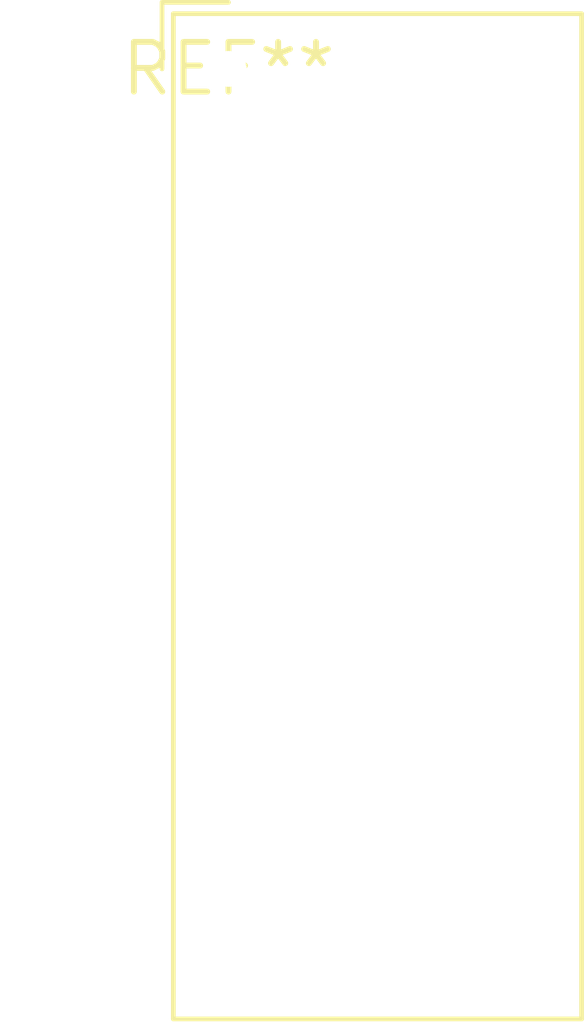
<source format=kicad_pcb>
(kicad_pcb (version 20240108) (generator pcbnew)
  (layers (0 "F.Cu" signal) (31 "B.Cu" signal) (34 "B.Paste" user) (35 "F.Paste" user) (36 "B.SilkS" user "B.Silkscreen") (37 "F.SilkS" user "F.Silkscreen") (38 "B.Mask" user) (39 "F.Mask" user) (44 "Edge.Cuts" user))
  (net 0 "")
  (footprint "HDSP-4836" (layer "F.Cu") (at 0 0)
    (property "Reference" "REF**")
    (property "Value" "HDSP-4836")
    (fp_line (start -1.7 -1.7) (end -1.7 0) (layer "F.SilkS") (stroke (width 0.12)))
    (fp_line (start -1.41 -1.41) (end 9.03 -1.41) (layer "F.SilkS") (stroke (width 0.12)))
    (fp_line (start -1.41 24.27) (end -1.41 -1.41) (layer "F.SilkS") (stroke (width 0.12)))
    (fp_line (start 0 -1.7) (end -1.7 -1.7) (layer "F.SilkS") (stroke (width 0.12)))
    (fp_line (start 9.03 -1.41) (end 9.03 24.27) (layer "F.SilkS") (stroke (width 0.12)))
    (fp_line (start 9.03 24.27) (end -1.41 24.27) (layer "F.SilkS") (stroke (width 0.12)))
    (pad "1" thru_hole rect (at 0 0 270) (size 2.032 2.032) (drill 0.9144) (layers *.Cu *.Mask) (remove_unused_layers))
    (pad "2" thru_hole circle (at 0 2.54 270) (size 2.032 2.032) (drill 0.9144) (layers *.Cu *.Mask) (remove_unused_layers))
    (pad "3" thru_hole circle (at 0 5.08 270) (size 2.032 2.032) (drill 0.9144) (layers *.Cu *.Mask) (remove_unused_layers))
    (pad "4" thru_hole circle (at 0 7.62 270) (size 2.032 2.032) (drill 0.9144) (layers *.Cu *.Mask) (remove_unused_layers))
    (pad "5" thru_hole circle (at 0 10.16 270) (size 2.032 2.032) (drill 0.9144) (layers *.Cu *.Mask) (remove_unused_layers))
    (pad "6" thru_hole circle (at 0 12.7 270) (size 2.032 2.032) (drill 0.9144) (layers *.Cu *.Mask) (remove_unused_layers))
    (pad "7" thru_hole circle (at 0 15.24 270) (size 2.032 2.032) (drill 0.9144) (layers *.Cu *.Mask) (remove_unused_layers))
    (pad "8" thru_hole circle (at 0 17.78 270) (size 2.032 2.032) (drill 0.9144) (layers *.Cu *.Mask) (remove_unused_layers))
    (pad "9" thru_hole circle (at 0 20.32 270) (size 2.032 2.032) (drill 0.9144) (layers *.Cu *.Mask) (remove_unused_layers))
    (pad "10" thru_hole circle (at 0 22.86 270) (size 2.032 2.032) (drill 0.9144) (layers *.Cu *.Mask) (remove_unused_layers))
    (pad "11" thru_hole circle (at 7.62 22.86 270) (size 2.032 2.032) (drill 0.9144) (layers *.Cu *.Mask) (remove_unused_layers))
    (pad "12" thru_hole circle (at 7.62 20.32 270) (size 2.032 2.032) (drill 0.9144) (layers *.Cu *.Mask) (remove_unused_layers))
    (pad "13" thru_hole circle (at 7.62 17.78 270) (size 2.032 2.032) (drill 0.9144) (layers *.Cu *.Mask) (remove_unused_layers))
    (pad "14" thru_hole circle (at 7.62 15.24 270) (size 2.032 2.032) (drill 0.9144) (layers *.Cu *.Mask) (remove_unused_layers))
    (pad "15" thru_hole circle (at 7.62 12.7 270) (size 2.032 2.032) (drill 0.9144) (layers *.Cu *.Mask) (remove_unused_layers))
    (pad "16" thru_hole circle (at 7.62 10.16 270) (size 2.032 2.032) (drill 0.9144) (layers *.Cu *.Mask) (remove_unused_layers))
    (pad "17" thru_hole circle (at 7.62 7.62 270) (size 2.032 2.032) (drill 0.9144) (layers *.Cu *.Mask) (remove_unused_layers))
    (pad "18" thru_hole circle (at 7.62 5.08 270) (size 2.032 2.032) (drill 0.9144) (layers *.Cu *.Mask) (remove_unused_layers))
    (pad "19" thru_hole circle (at 7.62 2.54 270) (size 2.032 2.032) (drill 0.9144) (layers *.Cu *.Mask) (remove_unused_layers))
    (pad "20" thru_hole circle (at 7.62 0 270) (size 2.032 2.032) (drill 0.9144) (layers *.Cu *.Mask) (remove_unused_layers))
  )
)
</source>
